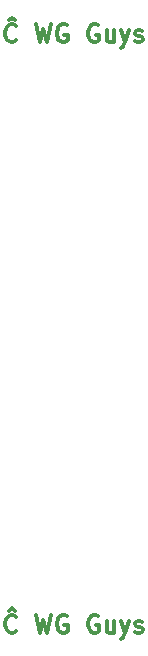
<source format=gbr>
G04 #@! TF.GenerationSoftware,KiCad,Pcbnew,5.0.2-bee76a0~70~ubuntu18.04.1*
G04 #@! TF.CreationDate,2019-01-16T23:40:41+01:00*
G04 #@! TF.ProjectId,ESPLED,4553504c-4544-42e6-9b69-6361645f7063,rev?*
G04 #@! TF.SameCoordinates,Original*
G04 #@! TF.FileFunction,Legend,Bot*
G04 #@! TF.FilePolarity,Positive*
%FSLAX46Y46*%
G04 Gerber Fmt 4.6, Leading zero omitted, Abs format (unit mm)*
G04 Created by KiCad (PCBNEW 5.0.2-bee76a0~70~ubuntu18.04.1) date Mi 16 Jan 2019 23:40:41 CET*
%MOMM*%
%LPD*%
G01*
G04 APERTURE LIST*
%ADD10C,0.300000*%
G04 APERTURE END LIST*
D10*
X124901142Y-48833714D02*
X124829714Y-48905142D01*
X124615428Y-48976571D01*
X124472571Y-48976571D01*
X124258285Y-48905142D01*
X124115428Y-48762285D01*
X124044000Y-48619428D01*
X123972571Y-48333714D01*
X123972571Y-48119428D01*
X124044000Y-47833714D01*
X124115428Y-47690857D01*
X124258285Y-47548000D01*
X124472571Y-47476571D01*
X124615428Y-47476571D01*
X124829714Y-47548000D01*
X124901142Y-47619428D01*
X124258285Y-47119428D02*
X124544000Y-46905142D01*
X124829714Y-47119428D01*
X126544000Y-47476571D02*
X126901142Y-48976571D01*
X127186857Y-47905142D01*
X127472571Y-48976571D01*
X127829714Y-47476571D01*
X129186857Y-47548000D02*
X129044000Y-47476571D01*
X128829714Y-47476571D01*
X128615428Y-47548000D01*
X128472571Y-47690857D01*
X128401142Y-47833714D01*
X128329714Y-48119428D01*
X128329714Y-48333714D01*
X128401142Y-48619428D01*
X128472571Y-48762285D01*
X128615428Y-48905142D01*
X128829714Y-48976571D01*
X128972571Y-48976571D01*
X129186857Y-48905142D01*
X129258285Y-48833714D01*
X129258285Y-48333714D01*
X128972571Y-48333714D01*
X131829714Y-47548000D02*
X131686857Y-47476571D01*
X131472571Y-47476571D01*
X131258285Y-47548000D01*
X131115428Y-47690857D01*
X131044000Y-47833714D01*
X130972571Y-48119428D01*
X130972571Y-48333714D01*
X131044000Y-48619428D01*
X131115428Y-48762285D01*
X131258285Y-48905142D01*
X131472571Y-48976571D01*
X131615428Y-48976571D01*
X131829714Y-48905142D01*
X131901142Y-48833714D01*
X131901142Y-48333714D01*
X131615428Y-48333714D01*
X133186857Y-47976571D02*
X133186857Y-48976571D01*
X132544000Y-47976571D02*
X132544000Y-48762285D01*
X132615428Y-48905142D01*
X132758285Y-48976571D01*
X132972571Y-48976571D01*
X133115428Y-48905142D01*
X133186857Y-48833714D01*
X133758285Y-47976571D02*
X134115428Y-48976571D01*
X134472571Y-47976571D02*
X134115428Y-48976571D01*
X133972571Y-49333714D01*
X133901142Y-49405142D01*
X133758285Y-49476571D01*
X134972571Y-48905142D02*
X135115428Y-48976571D01*
X135401142Y-48976571D01*
X135544000Y-48905142D01*
X135615428Y-48762285D01*
X135615428Y-48690857D01*
X135544000Y-48548000D01*
X135401142Y-48476571D01*
X135186857Y-48476571D01*
X135044000Y-48405142D01*
X134972571Y-48262285D01*
X134972571Y-48190857D01*
X135044000Y-48048000D01*
X135186857Y-47976571D01*
X135401142Y-47976571D01*
X135544000Y-48048000D01*
X124901142Y-98833714D02*
X124829714Y-98905142D01*
X124615428Y-98976571D01*
X124472571Y-98976571D01*
X124258285Y-98905142D01*
X124115428Y-98762285D01*
X124044000Y-98619428D01*
X123972571Y-98333714D01*
X123972571Y-98119428D01*
X124044000Y-97833714D01*
X124115428Y-97690857D01*
X124258285Y-97548000D01*
X124472571Y-97476571D01*
X124615428Y-97476571D01*
X124829714Y-97548000D01*
X124901142Y-97619428D01*
X124258285Y-97119428D02*
X124544000Y-96905142D01*
X124829714Y-97119428D01*
X126544000Y-97476571D02*
X126901142Y-98976571D01*
X127186857Y-97905142D01*
X127472571Y-98976571D01*
X127829714Y-97476571D01*
X129186857Y-97548000D02*
X129044000Y-97476571D01*
X128829714Y-97476571D01*
X128615428Y-97548000D01*
X128472571Y-97690857D01*
X128401142Y-97833714D01*
X128329714Y-98119428D01*
X128329714Y-98333714D01*
X128401142Y-98619428D01*
X128472571Y-98762285D01*
X128615428Y-98905142D01*
X128829714Y-98976571D01*
X128972571Y-98976571D01*
X129186857Y-98905142D01*
X129258285Y-98833714D01*
X129258285Y-98333714D01*
X128972571Y-98333714D01*
X131829714Y-97548000D02*
X131686857Y-97476571D01*
X131472571Y-97476571D01*
X131258285Y-97548000D01*
X131115428Y-97690857D01*
X131044000Y-97833714D01*
X130972571Y-98119428D01*
X130972571Y-98333714D01*
X131044000Y-98619428D01*
X131115428Y-98762285D01*
X131258285Y-98905142D01*
X131472571Y-98976571D01*
X131615428Y-98976571D01*
X131829714Y-98905142D01*
X131901142Y-98833714D01*
X131901142Y-98333714D01*
X131615428Y-98333714D01*
X133186857Y-97976571D02*
X133186857Y-98976571D01*
X132544000Y-97976571D02*
X132544000Y-98762285D01*
X132615428Y-98905142D01*
X132758285Y-98976571D01*
X132972571Y-98976571D01*
X133115428Y-98905142D01*
X133186857Y-98833714D01*
X133758285Y-97976571D02*
X134115428Y-98976571D01*
X134472571Y-97976571D02*
X134115428Y-98976571D01*
X133972571Y-99333714D01*
X133901142Y-99405142D01*
X133758285Y-99476571D01*
X134972571Y-98905142D02*
X135115428Y-98976571D01*
X135401142Y-98976571D01*
X135544000Y-98905142D01*
X135615428Y-98762285D01*
X135615428Y-98690857D01*
X135544000Y-98548000D01*
X135401142Y-98476571D01*
X135186857Y-98476571D01*
X135044000Y-98405142D01*
X134972571Y-98262285D01*
X134972571Y-98190857D01*
X135044000Y-98048000D01*
X135186857Y-97976571D01*
X135401142Y-97976571D01*
X135544000Y-98048000D01*
M02*

</source>
